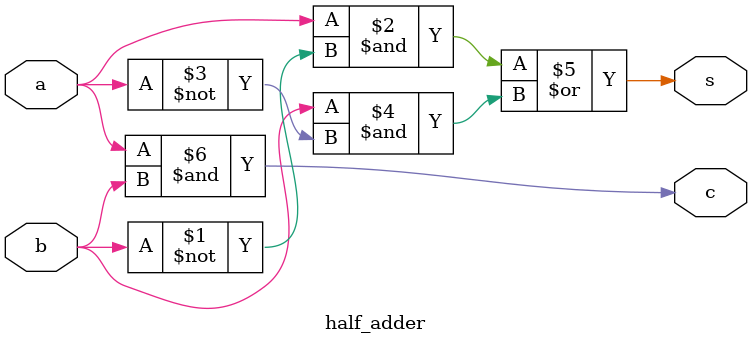
<source format=v>
`timescale 1ns / 1ps

module half_adder(
input a,b,
output s,c
    );
    
    assign s=(a&(~b))|(b&(~a));
    assign c=a&b;
    
endmodule
</source>
